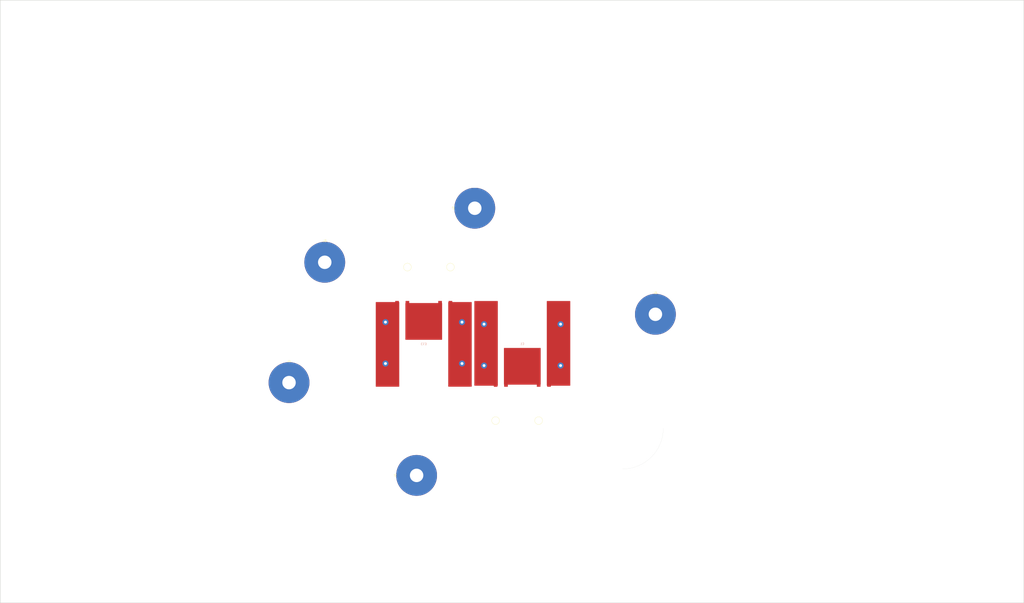
<source format=kicad_pcb>
(kicad_pcb (version 20241229) (generator "pcbnew") (generator_version "9.0")
  (layers (0 "F.Cu" signal) (2 "B.Cu" signal) (13 "F.Paste" user) (15 "B.Paste" user) (5 "F.SilkS" user "F.Silkscreen") (7 "B.SilkS" user "B.Silkscreen") (1 "F.Mask" user) (3 "B.Mask" user) (25 "Edge.Cuts" user))
  (net 0 "")
  (net 1 "Net-(J5-Pin_1)")
  (net 2 "Net-(J2-Pin_1)")
  (net 3 "Net-(J1-Pin_1)")
  (net 4 "Net-(J3-Pin_1)")
  (footprint "Project:M6 Lug" (layer "F.Cu") (at 176.5 47.5 90)
    (property "Reference" "J1" (at 0 -10.5 90) (layer "F.SilkS"))
    (property "Value" "Conn_01x01")
    (pad "1" thru_hole circle (at 0 0 90) (size 20 20) (drill 6.6) (layers "*.Cu" "*.Mask") (net 3 "Net-(J1-Pin_1)"))
  )
  (footprint "Project:M6 Lug" (layer "F.Cu") (at 114 2)
    (property "Reference" "J4" (at 0 -10.5 0) (layer "F.SilkS"))
    (property "Value" "Conn_01x01")
    (pad "1" thru_hole circle (at 0 0) (size 20 20) (drill 6.6) (layers "*.Cu" "*.Mask") (net 2 "Net-(J2-Pin_1)"))
  )
  (footprint "Project:PG-TO247 Bent" (layer "F.Cu") (at 193.08 -38.04)
    (property "Reference" "Q2" (hide yes))
    (property "Value" "SiCFET_LeadBent")
    (fp_circle (center 0 -16.6) (end 1.905 -16.6) (stroke (width 0.12)) (fill no) (layer "F.SilkS"))
    (pad "2" smd rect (at -5.08 9.275) (size 1.8 18.55) (layers "F.Cu" "F.Mask" "F.Paste") (net 3 "Net-(J1-Pin_1)"))
    (pad "3" smd rect (at 0 9.275) (size 1.8 18.55) (layers "F.Cu" "F.Mask" "F.Paste") (net 2 "Net-(J2-Pin_1)"))
  )
  (footprint "Project:M6 Lug" (layer "F.Cu") (at 131.5 -57)
    (property "Reference" "J3" (at 0 -10.5 0) (layer "F.SilkS"))
    (property "Value" "Conn_01x01")
    (pad "1" thru_hole circle (at 0 0) (size 20 20) (drill 6.6) (layers "*.Cu" "*.Mask") (net 4 "Net-(J3-Pin_1)"))
  )
  (footprint "Project:PG-TO247 Bent" (layer "F.Cu") (at 236.288334 4.04 180)
    (property "Reference" "Q3" (hide yes))
    (property "Value" "SiCFET_LeadBent")
    (fp_circle (center 0 -16.6) (end 1.905 -16.6) (stroke (width 0.12)) (fill no) (layer "F.SilkS"))
    (pad "2" smd rect (at -5.08 9.275 180) (size 1.8 18.55) (layers "F.Cu" "F.Mask" "F.Paste") (net 4 "Net-(J3-Pin_1)"))
    (pad "3" smd rect (at 0 9.275 180) (size 1.8 18.55) (layers "F.Cu" "F.Mask" "F.Paste") (net 1 "Net-(J5-Pin_1)"))
  )
  (footprint "Project:PG-TO247 Bent" (layer "F.Cu") (at 172 -38.04)
    (property "Reference" "Q1" (hide yes))
    (property "Value" "SiCFET_LeadBent")
    (fp_circle (center 0 -16.6) (end 1.905 -16.6) (stroke (width 0.12)) (fill no) (layer "F.SilkS"))
    (pad "2" smd rect (at -5.08 9.275) (size 1.8 18.55) (layers "F.Cu" "F.Mask" "F.Paste") (net 4 "Net-(J3-Pin_1)"))
    (pad "3" smd rect (at 0 9.275) (size 1.8 18.55) (layers "F.Cu" "F.Mask" "F.Paste") (net 3 "Net-(J1-Pin_1)"))
  )
  (footprint "Project:PG-TO247 Bent" (layer "F.Cu") (at 215.208334 4.04 180)
    (property "Reference" "Q4" (hide yes))
    (property "Value" "SiCFET_LeadBent")
    (fp_circle (center 0 -16.6) (end 1.905 -16.6) (stroke (width 0.12)) (fill no) (layer "F.SilkS"))
    (pad "2" smd rect (at -5.08 9.275 180) (size 1.8 18.55) (layers "F.Cu" "F.Mask" "F.Paste") (net 1 "Net-(J5-Pin_1)"))
    (pad "3" smd rect (at 0 9.275 180) (size 1.8 18.55) (layers "F.Cu" "F.Mask" "F.Paste") (net 2 "Net-(J2-Pin_1)"))
  )
  (footprint "Project:M6 Lug" (layer "F.Cu") (at 205 -83.5 90)
    (property "Reference" "J2" (at 0 -10.5 90) (layer "F.SilkS"))
    (property "Value" "Conn_01x01")
    (pad "1" thru_hole circle (at 0 0 90) (size 20 20) (drill 6.6) (layers "*.Cu" "*.Mask") (net 2 "Net-(J2-Pin_1)"))
  )
  (footprint "Project:M6 Lug" (layer "F.Cu") (at 293.5 -31.5)
    (property "Reference" "J5" (at 0 -10.5 0) (layer "F.SilkS"))
    (property "Value" "Conn_01x01")
    (pad "1" thru_hole circle (at 0 0) (size 20 20) (drill 6.6) (layers "*.Cu" "*.Mask") (net 1 "Net-(J5-Pin_1)"))
  )
  (footprint "Project:EZPV1B256MTB" (layer "B.Cu") (at 180 -17.5)
    (property "Reference" "C13" (at 0 0.5 180) (layer "B.SilkS") (effects (justify mirror)))
    (property "Value" "25u film")
    (pad "1" thru_hole circle (at -18.75 -10.15) (size 3 3) (drill 1.4) (layers "*.Cu" "*.Mask") (net 4 "Net-(J3-Pin_1)"))
    (pad "1" thru_hole circle (at -18.75 10.15 180) (size 3 3) (drill 1.4) (layers "*.Cu" "*.Mask") (net 4 "Net-(J3-Pin_1)"))
    (pad "2" thru_hole circle (at 18.75 -10.15) (size 3 3) (drill 1.4) (layers "*.Cu" "*.Mask") (net 2 "Net-(J2-Pin_1)"))
    (pad "2" thru_hole circle (at 18.75 10.15 180) (size 3 3) (drill 1.4) (layers "*.Cu" "*.Mask") (net 2 "Net-(J2-Pin_1)"))
  )
  (footprint "Project:EZPV1B256MTB" (layer "B.Cu") (at 228.288334 -16.5 180)
    (property "Reference" "C1" (at 0 0.5 0) (layer "B.SilkS") (effects (justify mirror)))
    (property "Value" "25u film")
    (pad "1" thru_hole circle (at -18.75 -10.15 180) (size 3 3) (drill 1.4) (layers "*.Cu" "*.Mask") (net 4 "Net-(J3-Pin_1)"))
    (pad "1" thru_hole circle (at -18.75 10.15) (size 3 3) (drill 1.4) (layers "*.Cu" "*.Mask") (net 4 "Net-(J3-Pin_1)"))
    (pad "2" thru_hole circle (at 18.75 -10.15 180) (size 3 3) (drill 1.4) (layers "*.Cu" "*.Mask") (net 2 "Net-(J2-Pin_1)"))
    (pad "2" thru_hole circle (at 18.75 10.15) (size 3 3) (drill 1.4) (layers "*.Cu" "*.Mask") (net 2 "Net-(J2-Pin_1)"))
  )
  (gr_arc (start 297.357864 24.357864) (mid 291.5 38.5) (end 277.357864 44.357864) (stroke (width 0.05)) (layer "Edge.Cuts"))
  (gr_rect (start -27.5 -185.5) (end 474 110) (stroke (width 0.2)) (fill no) (layer "Edge.Cuts"))
  (zone (net 2) (net_name "Net-(J2-Pin_1)") (layer "F.Cu") (priority 1) (connect_pads yes (clearance 3)) (min_thickness 0.25) (fill yes (thermal_gap 0.5) (thermal_bridge_width 0.5))
    (polygon (pts (xy 216.288334 3.5) (xy 204.788334 3.5) (xy 204.788334 -38) (xy 216.288334 -38)))
  )
  (zone (net 2) (net_name "Net-(J2-Pin_1)") (layer "F.Cu") (priority 1) (connect_pads yes (clearance 3)) (min_thickness 0.25) (fill yes (thermal_gap 0.5) (thermal_bridge_width 0.5))
    (polygon (pts (xy 192 -37.5) (xy 203.5 -37.5) (xy 203.5 4) (xy 192 4)))
  )
  (zone (net 1) (net_name "Net-(J5-Pin_1)") (layer "F.Cu") (priority 1) (connect_pads yes (clearance 3)) (min_thickness 0.25) (fill yes (thermal_gap 0.5) (thermal_bridge_width 0.5))
    (polygon (pts (xy 237.288334 3) (xy 219.288334 3) (xy 219.288334 -15) (xy 237.288334 -15)))
  )
  (zone (net 4) (net_name "Net-(J3-Pin_1)") (layer "F.Cu") (priority 1) (connect_pads yes (clearance 3)) (min_thickness 0.25) (fill yes (thermal_gap 0.5) (thermal_bridge_width 0.5))
    (polygon (pts (xy 156.5 -37.5) (xy 168 -37.5) (xy 168 4) (xy 156.5 4)))
  )
  (zone (net 3) (net_name "Net-(J1-Pin_1)") (layer "F.Cu") (priority 1) (connect_pads yes (clearance 3)) (min_thickness 0.25) (fill yes (thermal_gap 0.5) (thermal_bridge_width 0.5))
    (polygon (pts (xy 171 -37) (xy 189 -37) (xy 189 -19) (xy 171 -19)))
  )
  (zone (net 4) (net_name "Net-(J3-Pin_1)") (layer "F.Cu") (priority 1) (connect_pads yes (clearance 3)) (min_thickness 0.25) (fill yes (thermal_gap 0.5) (thermal_bridge_width 0.5))
    (polygon (pts (xy 251.788334 3.5) (xy 240.288334 3.5) (xy 240.288334 -38) (xy 251.788334 -38)))
  )
)
</source>
